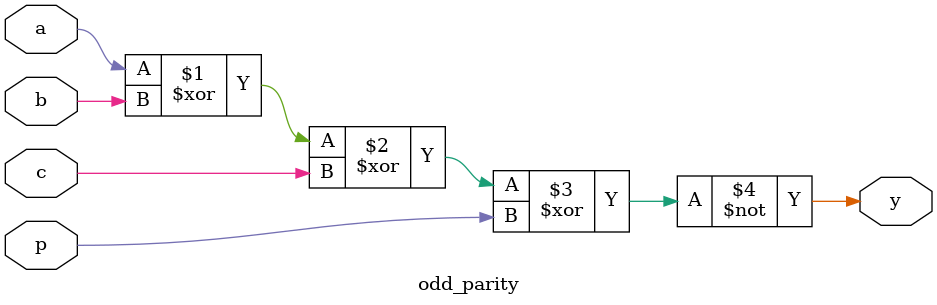
<source format=v>
module odd_parity(input a,b,c,p, output y);
	assign y = ~(a^b^c^p); 
endmodule

</source>
